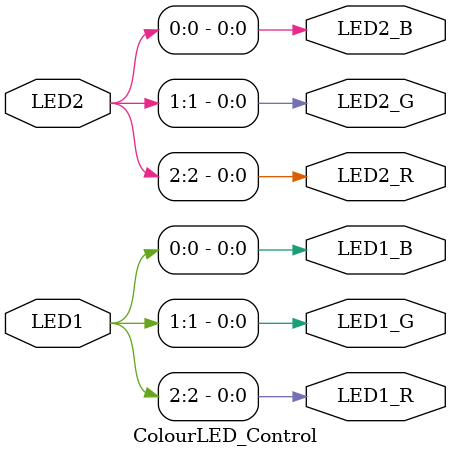
<source format=v>

module ColourLED_Control(
        input [2:0] LED1, LED2,
        output LED1_R, LED1_G, LED1_B,
        output LED2_R, LED2_G, LED2_B
    );
    
    assign LED1_R = LED1[2];
    assign LED1_G = LED1[1]; 
    assign LED1_B = LED1[0];
    
    assign LED2_R = LED2[2];
    assign LED2_G = LED2[1]; 
    assign LED2_B = LED2[0];    
    
endmodule

</source>
